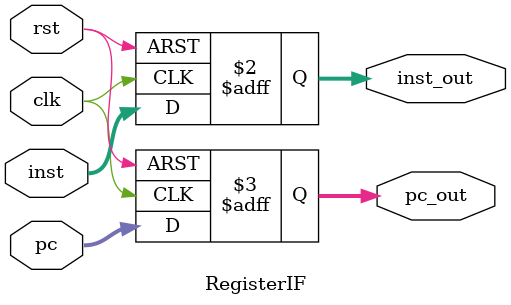
<source format=sv>
module RegisterIF #(parameter WIDTH=32) (
    input clk, rst,                    // Señales de control
    input logic [WIDTH-1:0] inst,     // Entrada de instrucción 
    input logic [WIDTH-1:0] pc,       // Entrada de PC
    output logic [WIDTH-1:0] inst_out, // Salida de instrucción
    output logic [WIDTH-1:0] pc_out   // Salida de PC
);

always_ff @(posedge clk or posedge rst)
begin
    if(rst) begin
        inst_out <= 32'b0; 
        pc_out <= 32'b0; 
    end
    else begin
        inst_out <= inst;  
        pc_out <= pc;      
    end
end 

endmodule
</source>
